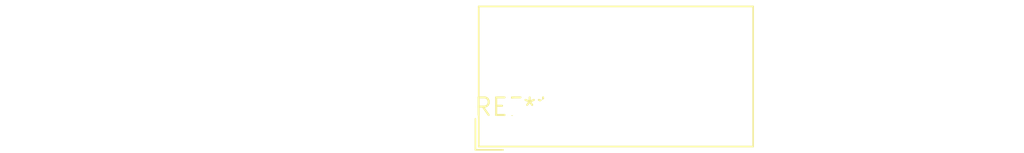
<source format=kicad_pcb>
(kicad_pcb (version 20240108) (generator pcbnew)
  (layers (0 "F.Cu" signal) (31 "B.Cu" signal) (34 "B.Paste" user) (35 "F.Paste" user) (36 "B.SilkS" user "B.Silkscreen") (37 "F.SilkS" user "F.Silkscreen") (38 "B.Mask" user) (39 "F.Mask" user) (44 "Edge.Cuts" user))
  (net 0 "")
  (footprint "TerminalBlock_Phoenix_PTSM-0,5-7-2.5-H-THR_1x07_P2.50mm_Horizontal" (layer "F.Cu") (at 0 0)
    (property "Reference" "REF**")
    (property "Value" "TerminalBlock_Phoenix_PTSM-0,5-7-2.5-H-THR_1x07_P2.50mm_Horizontal")
    (fp_line (start -2.65 0.86) (end -2.65 3.1) (layer "F.SilkS") (stroke (width 0.12)))
    (fp_line (start -2.65 3.1) (end -0.65 3.1) (layer "F.SilkS") (stroke (width 0.12)))
    (fp_line (start -2.41 -7.26) (end -2.41 2.86) (layer "F.SilkS") (stroke (width 0.12)))
    (fp_line (start -2.41 -7.26) (end 17.41 -7.26) (layer "F.SilkS") (stroke (width 0.12)))
    (fp_line (start -2.41 2.86) (end 17.41 2.86) (layer "F.SilkS") (stroke (width 0.12)))
    (fp_line (start 17.41 -7.26) (end 17.41 2.86) (layer "F.SilkS") (stroke (width 0.12)))
    (pad "1" thru_hole rect (at 0 -5) (size 1.8 3) (drill 1.2) (layers *.Cu *.Mask) (remove_unused_layers))
    (pad "1" thru_hole rect (at 0 0) (size 1.8 3) (drill 1.2) (layers *.Cu *.Mask) (remove_unused_layers))
    (pad "2" thru_hole oval (at 2.5 -5) (size 1.8 3) (drill 1.2) (layers *.Cu *.Mask) (remove_unused_layers))
    (pad "2" thru_hole oval (at 2.5 0) (size 1.8 3) (drill 1.2) (layers *.Cu *.Mask) (remove_unused_layers))
    (pad "3" thru_hole oval (at 5 -5) (size 1.8 3) (drill 1.2) (layers *.Cu *.Mask) (remove_unused_layers))
    (pad "3" thru_hole oval (at 5 0) (size 1.8 3) (drill 1.2) (layers *.Cu *.Mask) (remove_unused_layers))
    (pad "4" thru_hole oval (at 7.5 -5) (size 1.8 3) (drill 1.2) (layers *.Cu *.Mask) (remove_unused_layers))
    (pad "4" thru_hole oval (at 7.5 0) (size 1.8 3) (drill 1.2) (layers *.Cu *.Mask) (remove_unused_layers))
    (pad "5" thru_hole oval (at 10 -5) (size 1.8 3) (drill 1.2) (layers *.Cu *.Mask) (remove_unused_layers))
    (pad "5" thru_hole oval (at 10 0) (size 1.8 3) (drill 1.2) (layers *.Cu *.Mask) (remove_unused_layers))
    (pad "6" thru_hole oval (at 12.5 -5) (size 1.8 3) (drill 1.2) (layers *.Cu *.Mask) (remove_unused_layers))
    (pad "6" thru_hole oval (at 12.5 0) (size 1.8 3) (drill 1.2) (layers *.Cu *.Mask) (remove_unused_layers))
    (pad "7" thru_hole oval (at 15 -5) (size 1.8 3) (drill 1.2) (layers *.Cu *.Mask) (remove_unused_layers))
    (pad "7" thru_hole oval (at 15 0) (size 1.8 3) (drill 1.2) (layers *.Cu *.Mask) (remove_unused_layers))
  )
)
</source>
